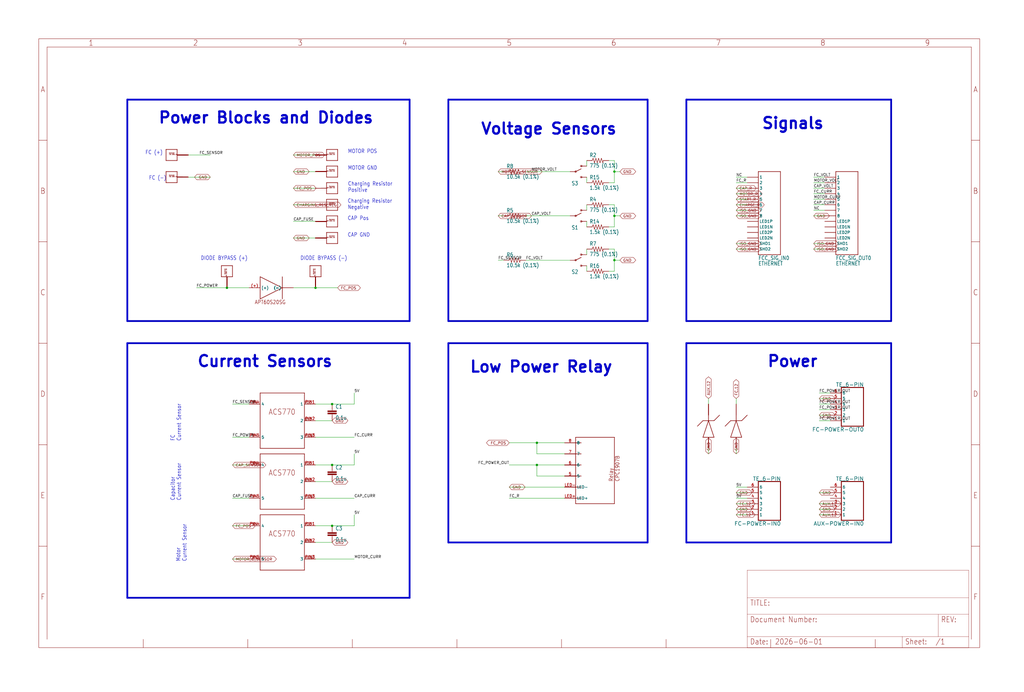
<source format=kicad_sch>
(kicad_sch (version 20230121) (generator eeschema)
  (paper "User" 469.9 317.551)
  (lib_symbols
    (symbol "Relay_Board_V3.6-eagle-import:732-3204-ND_CONNECTOR"
      (symbol "732-3204-ND_CONNECTOR_1_0"
        (polyline (pts (xy -2.54 -2.54) (xy -2.54 2.54)) (stroke (width 0.254)))
        (polyline (pts (xy -2.54 2.54) (xy 2.54 2.54)) (stroke (width 0.254)))
        (polyline (pts (xy 2.54 -2.54) (xy -2.54 -2.54)) (stroke (width 0.254)))
        (polyline (pts (xy 2.54 0) (xy 2.54 -2.54)) (stroke (width 0.254)))
        (polyline (pts (xy 2.54 0) (xy 5.08 0)) (stroke (width 0.254)))
        (polyline (pts (xy 2.54 2.54) (xy 2.54 0)) (stroke (width 0.254)))
        (text "Connector\n732-3204-ND" (at -1.27 0 0) (effects (font (size 0.4064 0.3454)) (justify left bottom)))
        (pin bidirectional line (at 7.62 0 180) (length 5.08) (name "P$1") (number "P$1"))
        (pin bidirectional line (at 7.62 0 180) (length 5.08) (name "P$1") (number "P$10"))
        (pin bidirectional line (at 7.62 0 180) (length 5.08) (name "P$1") (number "P$2"))
        (pin bidirectional line (at 7.62 0 180) (length 5.08) (name "P$1") (number "P$3"))
        (pin bidirectional line (at 7.62 0 180) (length 5.08) (name "P$1") (number "P$4"))
        (pin bidirectional line (at 7.62 0 180) (length 5.08) (name "P$1") (number "P$5"))
        (pin bidirectional line (at 7.62 0 180) (length 5.08) (name "P$1") (number "P$6"))
        (pin bidirectional line (at 7.62 0 180) (length 5.08) (name "P$1") (number "P$7"))
        (pin bidirectional line (at 7.62 0 180) (length 5.08) (name "P$1") (number "P$8"))
        (pin bidirectional line (at 7.62 0 180) (length 5.08) (name "P$1") (number "P$9"))
      )
    )
    (symbol "Relay_Board_V3.6-eagle-import:ACS770LCB_CURRENTSENSOR"
      (symbol "ACS770LCB_CURRENTSENSOR_1_0"
        (polyline (pts (xy -10.16 -12.7) (xy 10.16 -12.7)) (stroke (width 0.254)))
        (polyline (pts (xy -10.16 12.7) (xy -10.16 -12.7)) (stroke (width 0.254)))
        (polyline (pts (xy 10.16 -12.7) (xy 10.16 12.7)) (stroke (width 0.254)))
        (polyline (pts (xy 10.16 12.7) (xy -10.16 12.7)) (stroke (width 0.254)))
        (text "ACS770" (at -6.35 2.54 0) (effects (font (size 2.54 2.159)) (justify left bottom)))
        (text "GND" (at 10.16 0 0) (effects (font (size 1.27 1.0795)) (justify left bottom)))
        (text "IP+" (at -13.97 7.62 0) (effects (font (size 1.27 1.0795)) (justify left bottom)))
        (text "IP-" (at -13.97 -7.62 0) (effects (font (size 1.27 1.0795)) (justify left bottom)))
        (text "VCC" (at 10.16 7.62 0) (effects (font (size 1.27 1.0795)) (justify left bottom)))
        (text "VIOUT" (at 10.16 -7.62 0) (effects (font (size 1.27 1.0795)) (justify left bottom)))
        (pin bidirectional line (at 15.24 7.62 180) (length 5.08) (name "1") (number "PIN1"))
        (pin bidirectional line (at 15.24 0 180) (length 5.08) (name "2") (number "PIN2"))
        (pin bidirectional line (at 15.24 -7.62 180) (length 5.08) (name "3") (number "PIN3"))
        (pin bidirectional line (at -15.24 7.62 0) (length 5.08) (name "4") (number "PIN4"))
        (pin bidirectional line (at -15.24 -7.62 0) (length 5.08) (name "5") (number "PIN5"))
      )
    )
    (symbol "Relay_Board_V3.6-eagle-import:APT60S20SG"
      (symbol "APT60S20SG_1_0"
        (polyline (pts (xy -2.54 -5.08) (xy 7.62 0)) (stroke (width 0.254)))
        (polyline (pts (xy -2.54 5.08) (xy -2.54 -5.08)) (stroke (width 0.254)))
        (polyline (pts (xy 7.62 0) (xy -2.54 5.08)) (stroke (width 0.254)))
        (polyline (pts (xy 7.62 0) (xy 7.62 -5.08)) (stroke (width 0.254)))
        (polyline (pts (xy 7.62 5.08) (xy 7.62 0)) (stroke (width 0.254)))
        (text "APT60S20SG" (at -5.08 -7.62 0) (effects (font (size 1.778 1.5113)) (justify left bottom)))
        (pin bidirectional line (at -7.62 0 0) (length 5.08) (name "(+)") (number "(+)"))
        (pin bidirectional line (at 12.7 0 180) (length 5.08) (name "(-)") (number "(-)"))
        (pin bidirectional line (at 12.7 0 180) (length 5.08) (name "(-)") (number "C@1"))
        (pin bidirectional line (at 12.7 0 180) (length 5.08) (name "(-)") (number "C@2"))
      )
    )
    (symbol "Relay_Board_V3.6-eagle-import:CAP0603-CAP"
      (property "Reference" "C" (at 1.524 2.921 0))
      (symbol "CAP0603-CAP_1_0"
        (rectangle (start -2.032 0.508) (end 2.032 1.016) (fill (type outline)))
        (rectangle (start -2.032 1.524) (end 2.032 2.032) (fill (type outline)))
        (polyline (pts (xy 0 0) (xy 0 0.508)) (stroke (width 0.1524)))
        (polyline (pts (xy 0 2.54) (xy 0 2.032)) (stroke (width 0.1524)))
        (pin passive line (at 0 5.08 270) (length 2.54) (name "1") (number "1"))
        (pin passive line (at 0 -2.54 90) (length 2.54) (name "2") (number "2"))
      )
    )
    (symbol "Relay_Board_V3.6-eagle-import:ETHERNET"
      (property "Reference" "ETH" (at 0 -22.86 0))
      (symbol "ETHERNET_1_0"
        (polyline (pts (xy 0 -20.32) (xy 0 17.78)) (stroke (width 0.254)))
        (polyline (pts (xy 0 17.78) (xy 10.16 17.78)) (stroke (width 0.254)))
        (polyline (pts (xy 10.16 -20.32) (xy 0 -20.32)) (stroke (width 0.254)))
        (polyline (pts (xy 10.16 17.78) (xy 10.16 -20.32)) (stroke (width 0.254)))
        (pin bidirectional line (at -5.08 15.24 0) (length 5.08) (name "1") (number "P$1"))
        (pin bidirectional line (at -5.08 -5.08 0) (length 5.08) (name "LED1P") (number "P$10"))
        (pin bidirectional line (at -5.08 -12.7 0) (length 5.08) (name "LED2N") (number "P$11"))
        (pin bidirectional line (at -5.08 -10.16 0) (length 5.08) (name "LED2P") (number "P$12"))
        (pin bidirectional line (at -5.08 -15.24 0) (length 5.08) (name "SHD1") (number "P$13"))
        (pin bidirectional line (at -5.08 -17.78 0) (length 5.08) (name "SHD2") (number "P$14"))
        (pin bidirectional line (at -5.08 12.7 0) (length 5.08) (name "2") (number "P$2"))
        (pin bidirectional line (at -5.08 10.16 0) (length 5.08) (name "3") (number "P$3"))
        (pin bidirectional line (at -5.08 7.62 0) (length 5.08) (name "4") (number "P$4"))
        (pin bidirectional line (at -5.08 5.08 0) (length 5.08) (name "5") (number "P$5"))
        (pin bidirectional line (at -5.08 2.54 0) (length 5.08) (name "6") (number "P$6"))
        (pin bidirectional line (at -5.08 0 0) (length 5.08) (name "7") (number "P$7"))
        (pin bidirectional line (at -5.08 -2.54 0) (length 5.08) (name "8") (number "P$8"))
        (pin bidirectional line (at -5.08 -7.62 0) (length 5.08) (name "LED1N") (number "P$9"))
      )
    )
    (symbol "Relay_Board_V3.6-eagle-import:FRAME_B_L"
      (symbol "FRAME_B_L_1_0"
        (polyline (pts (xy 0 46.5667) (xy 3.81 46.5667)))
        (polyline (pts (xy 0 93.1333) (xy 3.81 93.1333)))
        (polyline (pts (xy 0 139.7) (xy 3.81 139.7)))
        (polyline (pts (xy 0 186.2667) (xy 3.81 186.2667)))
        (polyline (pts (xy 0 232.8333) (xy 3.81 232.8333)))
        (polyline (pts (xy 3.81 3.81) (xy 3.81 275.59)))
        (polyline (pts (xy 47.9778 0) (xy 47.9778 3.81)))
        (polyline (pts (xy 95.9556 0) (xy 95.9556 3.81)))
        (polyline (pts (xy 143.9333 0) (xy 143.9333 3.81)))
        (polyline (pts (xy 191.9111 0) (xy 191.9111 3.81)))
        (polyline (pts (xy 239.8889 0) (xy 239.8889 3.81)))
        (polyline (pts (xy 287.8667 0) (xy 287.8667 3.81)))
        (polyline (pts (xy 335.8444 0) (xy 335.8444 3.81)))
        (polyline (pts (xy 383.8222 0) (xy 383.8222 3.81)))
        (polyline (pts (xy 427.99 3.81) (xy 427.99 275.59)))
        (polyline (pts (xy 427.99 46.5667) (xy 431.8 46.5667)))
        (polyline (pts (xy 427.99 93.1333) (xy 431.8 93.1333)))
        (polyline (pts (xy 427.99 139.7) (xy 431.8 139.7)))
        (polyline (pts (xy 427.99 186.2667) (xy 431.8 186.2667)))
        (polyline (pts (xy 427.99 232.8333) (xy 431.8 232.8333)))
        (polyline (pts (xy 427.99 275.59) (xy 3.81 275.59)))
        (polyline (pts (xy 0 0) (xy 431.8 0) (xy 431.8 279.4) (xy 0 279.4) (xy 0 0)))
        (text "1" (at 23.9889 277.495 0) (effects (font (size 2.54 2.286))))
        (text "2" (at 71.9667 277.495 0) (effects (font (size 2.54 2.286))))
        (text "3" (at 119.9444 277.495 0) (effects (font (size 2.54 2.286))))
        (text "4" (at 167.9222 277.495 0) (effects (font (size 2.54 2.286))))
        (text "5" (at 215.9 277.495 0) (effects (font (size 2.54 2.286))))
        (text "6" (at 263.8778 277.495 0) (effects (font (size 2.54 2.286))))
        (text "7" (at 311.8556 277.495 0) (effects (font (size 2.54 2.286))))
        (text "8" (at 359.8333 277.495 0) (effects (font (size 2.54 2.286))))
        (text "9" (at 407.8111 277.495 0) (effects (font (size 2.54 2.286))))
        (text "A" (at 1.905 256.1167 0) (effects (font (size 2.54 2.286))))
        (text "A" (at 429.895 256.1167 0) (effects (font (size 2.54 2.286))))
        (text "B" (at 1.905 209.55 0) (effects (font (size 2.54 2.286))))
        (text "B" (at 429.895 209.55 0) (effects (font (size 2.54 2.286))))
        (text "C" (at 1.905 162.9833 0) (effects (font (size 2.54 2.286))))
        (text "C" (at 429.895 162.9833 0) (effects (font (size 2.54 2.286))))
        (text "D" (at 1.905 116.4167 0) (effects (font (size 2.54 2.286))))
        (text "D" (at 429.895 116.4167 0) (effects (font (size 2.54 2.286))))
        (text "E" (at 1.905 69.85 0) (effects (font (size 2.54 2.286))))
        (text "E" (at 429.895 69.85 0) (effects (font (size 2.54 2.286))))
        (text "F" (at 1.905 23.2833 0) (effects (font (size 2.54 2.286))))
        (text "F" (at 429.895 23.2833 0) (effects (font (size 2.54 2.286))))
      )
      (symbol "FRAME_B_L_2_0"
        (polyline (pts (xy 0 0) (xy 0 5.08)) (stroke (width 0.1016)))
        (polyline (pts (xy 0 0) (xy 71.12 0)) (stroke (width 0.1016)))
        (polyline (pts (xy 0 5.08) (xy 0 15.24)) (stroke (width 0.1016)))
        (polyline (pts (xy 0 5.08) (xy 71.12 5.08)) (stroke (width 0.1016)))
        (polyline (pts (xy 0 15.24) (xy 0 22.86)) (stroke (width 0.1016)))
        (polyline (pts (xy 0 22.86) (xy 0 35.56)) (stroke (width 0.1016)))
        (polyline (pts (xy 0 22.86) (xy 101.6 22.86)) (stroke (width 0.1016)))
        (polyline (pts (xy 71.12 0) (xy 101.6 0)) (stroke (width 0.1016)))
        (polyline (pts (xy 71.12 5.08) (xy 71.12 0)) (stroke (width 0.1016)))
        (polyline (pts (xy 71.12 5.08) (xy 87.63 5.08)) (stroke (width 0.1016)))
        (polyline (pts (xy 87.63 5.08) (xy 101.6 5.08)) (stroke (width 0.1016)))
        (polyline (pts (xy 87.63 15.24) (xy 0 15.24)) (stroke (width 0.1016)))
        (polyline (pts (xy 87.63 15.24) (xy 87.63 5.08)) (stroke (width 0.1016)))
        (polyline (pts (xy 101.6 5.08) (xy 101.6 0)) (stroke (width 0.1016)))
        (polyline (pts (xy 101.6 15.24) (xy 87.63 15.24)) (stroke (width 0.1016)))
        (polyline (pts (xy 101.6 15.24) (xy 101.6 5.08)) (stroke (width 0.1016)))
        (polyline (pts (xy 101.6 22.86) (xy 101.6 15.24)) (stroke (width 0.1016)))
        (polyline (pts (xy 101.6 35.56) (xy 0 35.56)) (stroke (width 0.1016)))
        (polyline (pts (xy 101.6 35.56) (xy 101.6 22.86)) (stroke (width 0.1016)))
        (text "${#}/${##}" (at 86.36 1.27 0) (effects (font (size 2.54 2.159)) (justify left bottom)))
        (text "${CURRENT_DATE}" (at 12.7 1.27 0) (effects (font (size 2.54 2.159)) (justify left bottom)))
        (text "${PROJECTNAME}" (at 17.78 19.05 0) (effects (font (size 2.54 2.159)) (justify left bottom)))
        (text "Date:" (at 1.27 1.27 0) (effects (font (size 2.54 2.159)) (justify left bottom)))
        (text "Document Number:" (at 1.27 11.43 0) (effects (font (size 2.54 2.159)) (justify left bottom)))
        (text "REV:" (at 88.9 11.43 0) (effects (font (size 2.54 2.159)) (justify left bottom)))
        (text "Sheet:" (at 72.39 1.27 0) (effects (font (size 2.54 2.159)) (justify left bottom)))
        (text "TITLE:" (at 1.27 19.05 0) (effects (font (size 2.54 2.159)) (justify left bottom)))
      )
    )
    (symbol "Relay_Board_V3.6-eagle-import:P6KE15A-E3/54GICT-ND_TVS_DIODE"
      (symbol "P6KE15A-E3/54GICT-ND_TVS_DIODE_1_0"
        (polyline (pts (xy -5.08 -2.54) (xy -5.08 0)) (stroke (width 0.254)))
        (polyline (pts (xy -5.08 0) (xy -10.16 0)) (stroke (width 0.254)))
        (polyline (pts (xy -5.08 0) (xy -5.08 2.54)) (stroke (width 0.254)))
        (polyline (pts (xy -5.08 2.54) (xy 2.54 0)) (stroke (width 0.254)))
        (polyline (pts (xy 0 5.08) (xy 2.54 2.54)) (stroke (width 0.254)))
        (polyline (pts (xy 2.54 -2.54) (xy 5.08 -5.08)) (stroke (width 0.254)))
        (polyline (pts (xy 2.54 0) (xy -5.08 -2.54)) (stroke (width 0.254)))
        (polyline (pts (xy 2.54 0) (xy 2.54 -2.54)) (stroke (width 0.254)))
        (polyline (pts (xy 2.54 2.54) (xy 2.54 0)) (stroke (width 0.254)))
        (polyline (pts (xy 10.16 0) (xy 2.54 0)) (stroke (width 0.254)))
        (pin bidirectional line (at -10.16 0 0) (length 5.08) (name "P(+)") (number "P$1"))
        (pin bidirectional line (at 10.16 0 180) (length 5.08) (name "P(-)") (number "P$2"))
      )
    )
    (symbol "Relay_Board_V3.6-eagle-import:R-US_R0805"
      (property "Reference" "R" (at -3.81 1.4986 0))
      (symbol "R-US_R0805_1_0"
        (polyline (pts (xy -2.54 0) (xy -2.159 1.016)) (stroke (width 0.2032)))
        (polyline (pts (xy -2.159 1.016) (xy -1.524 -1.016)) (stroke (width 0.2032)))
        (polyline (pts (xy -1.524 -1.016) (xy -0.889 1.016)) (stroke (width 0.2032)))
        (polyline (pts (xy -0.889 1.016) (xy -0.254 -1.016)) (stroke (width 0.2032)))
        (polyline (pts (xy -0.254 -1.016) (xy 0.381 1.016)) (stroke (width 0.2032)))
        (polyline (pts (xy 0.381 1.016) (xy 1.016 -1.016)) (stroke (width 0.2032)))
        (polyline (pts (xy 1.016 -1.016) (xy 1.651 1.016)) (stroke (width 0.2032)))
        (polyline (pts (xy 1.651 1.016) (xy 2.286 -1.016)) (stroke (width 0.2032)))
        (polyline (pts (xy 2.286 -1.016) (xy 2.54 0)) (stroke (width 0.2032)))
        (pin passive line (at -5.08 0 0) (length 2.54) (name "1") (number "1"))
        (pin passive line (at 5.08 0 180) (length 2.54) (name "2") (number "2"))
      )
    )
    (symbol "Relay_Board_V3.6-eagle-import:RELAY-CPC1907B"
      (symbol "RELAY-CPC1907B_1_0"
        (polyline (pts (xy -30.48 -12.7) (xy -30.48 17.78)) (stroke (width 0.254)))
        (polyline (pts (xy -30.48 17.78) (xy -12.7 17.78)) (stroke (width 0.254)))
        (polyline (pts (xy -15.24 -10.16) (xy -7.62 -10.16)) (stroke (width 0.254)))
        (polyline (pts (xy -15.24 -5.08) (xy -7.62 -5.08)) (stroke (width 0.254)))
        (polyline (pts (xy -15.24 0) (xy -7.62 0)) (stroke (width 0.254)))
        (polyline (pts (xy -15.24 5.08) (xy -7.62 5.08)) (stroke (width 0.254)))
        (polyline (pts (xy -15.24 10.16) (xy -7.62 10.16)) (stroke (width 0.254)))
        (polyline (pts (xy -15.24 15.24) (xy -7.62 15.24)) (stroke (width 0.254)))
        (polyline (pts (xy -12.7 -12.7) (xy -30.48 -12.7)) (stroke (width 0.254)))
        (polyline (pts (xy -12.7 17.78) (xy -12.7 -12.7)) (stroke (width 0.254)))
        (text "Relay\nCPC1907B" (at -27.94 7.62 900) (effects (font (size 1.778 1.5113)) (justify right top)))
        (pin bidirectional line (at -7.62 5.08 180) (length 5.08) (name "5") (number "5"))
        (pin bidirectional line (at -7.62 0 180) (length 5.08) (name "6") (number "6"))
        (pin bidirectional line (at -7.62 -5.08 180) (length 5.08) (name "7") (number "7"))
        (pin bidirectional line (at -7.62 -10.16 180) (length 5.08) (name "8") (number "8"))
        (pin bidirectional line (at -7.62 15.24 180) (length 5.08) (name "LED+") (number "LED+"))
        (pin bidirectional line (at -7.62 10.16 180) (length 5.08) (name "LED-") (number "LED-"))
      )
    )
    (symbol "Relay_Board_V3.6-eagle-import:SWITCH-SPDTPTH"
      (property "Reference" "S" (at -1.905 -6.35 0))
      (symbol "SWITCH-SPDTPTH_1_0"
        (polyline (pts (xy 0 0) (xy 2.54 1.27)) (stroke (width 0.254)))
        (polyline (pts (xy 2.54 -2.54) (xy 3.175 -2.54)) (stroke (width 0.127)))
        (polyline (pts (xy 2.54 2.54) (xy 3.175 2.54)) (stroke (width 0.1524)))
        (circle (center 0 0) (radius 0.3592) (stroke (width 0.2032)))
        (circle (center 2.54 -2.54) (radius 0.3592) (stroke (width 0.2032)))
        (circle (center 2.54 2.54) (radius 0.3592) (stroke (width 0.2032)))
        (pin passive line (at 5.08 2.54 180) (length 2.54) (name "O") (number "1"))
        (pin passive line (at -2.54 0 0) (length 2.54) (name "P") (number "2"))
        (pin passive line (at 5.08 -2.54 180) (length 2.54) (name "S") (number "3"))
      )
    )
    (symbol "Relay_Board_V3.6-eagle-import:TE_6-PIN"
      (property "Reference" "CON" (at -0.254 18.288 0))
      (symbol "TE_6-PIN_1_0"
        (polyline (pts (xy 0 17.78) (xy 0 0)) (stroke (width 0.4064)))
        (polyline (pts (xy 0 17.78) (xy 10.16 17.78)) (stroke (width 0.4064)))
        (polyline (pts (xy 10.16 0) (xy 0 0)) (stroke (width 0.4064)))
        (polyline (pts (xy 10.16 0) (xy 10.16 17.78)) (stroke (width 0.4064)))
        (pin passive line (at 15.24 15.24 180) (length 5.08) (name "1") (number "1"))
        (pin passive line (at 15.24 12.7 180) (length 5.08) (name "2") (number "2"))
        (pin passive line (at 15.24 10.16 180) (length 5.08) (name "3") (number "3"))
        (pin passive line (at 15.24 7.62 180) (length 5.08) (name "4") (number "4"))
        (pin passive line (at 15.24 5.08 180) (length 5.08) (name "5") (number "5"))
        (pin passive line (at 15.24 2.54 180) (length 5.08) (name "6") (number "6"))
      )
    )
  )
  (junction (at 152.4 185.42))
  (junction (at 246.38 203.2))
  (junction (at 281.94 78.74))
  (junction (at 144.78 132.08))
  (junction (at 246.38 213.36))
  (junction (at 152.4 213.36))
  (junction (at 152.4 241.3))
  (junction (at 104.14 132.08))
  (junction (at 281.94 119.38))
  (junction (at 281.94 99.06))
  (wire (pts (xy 144.78 256.54) (xy 162.56 256.54)) (stroke (width 0.1524)))
  (wire (pts (xy 259.08 228.6) (xy 233.68 228.6)) (stroke (width 0.1524)))
  (wire (pts (xy 378.46 86.36) (xy 373.38 86.36)) (stroke (width 0.1524)))
  (wire (pts (xy 246.38 208.28) (xy 246.38 203.2)) (stroke (width 0.1524)))
  (wire (pts (xy 259.08 208.28) (xy 246.38 208.28)) (stroke (width 0.1524)))
  (wire (pts (xy 134.62 132.08) (xy 144.78 132.08)) (stroke (width 0.1524)))
  (wire (pts (xy 373.38 114.3) (xy 378.46 114.3)) (stroke (width 0.1524)))
  (wire (pts (xy 269.24 96.52) (xy 269.24 93.98)) (stroke (width 0.1524)))
  (wire (pts (xy 342.9 231.14) (xy 337.82 231.14)) (stroke (width 0.1524)))
  (polyline (pts (xy 58.42 147.32) (xy 58.42 45.72)) (stroke (width 0.8128) (type solid)))
  (polyline (pts (xy 58.42 274.32) (xy 58.42 157.48)) (stroke (width 0.8128) (type solid)))
  (wire (pts (xy 337.82 96.52) (xy 342.9 96.52)) (stroke (width 0.1524)))
  (wire (pts (xy 114.3 256.54) (xy 106.68 256.54)) (stroke (width 0.1524)))
  (wire (pts (xy 259.08 203.2) (xy 246.38 203.2)) (stroke (width 0.1524)))
  (wire (pts (xy 114.3 241.3) (xy 106.68 241.3)) (stroke (width 0.1524)))
  (polyline (pts (xy 408.94 157.48) (xy 408.94 248.92)) (stroke (width 0.8128) (type solid)))
  (wire (pts (xy 337.82 185.42) (xy 337.82 182.88)) (stroke (width 0.1524)))
  (wire (pts (xy 246.38 203.2) (xy 233.68 203.2)) (stroke (width 0.1524)))
  (polyline (pts (xy 205.74 45.72) (xy 297.18 45.72)) (stroke (width 0.8128) (type solid)))
  (wire (pts (xy 246.38 213.36) (xy 233.68 213.36)) (stroke (width 0.1524)))
  (wire (pts (xy 342.9 228.6) (xy 337.82 228.6)) (stroke (width 0.1524)))
  (polyline (pts (xy 205.74 248.92) (xy 205.74 157.48)) (stroke (width 0.8128) (type solid)))
  (wire (pts (xy 279.4 73.66) (xy 281.94 73.66)) (stroke (width 0.1524)))
  (wire (pts (xy 281.94 119.38) (xy 281.94 124.46)) (stroke (width 0.1524)))
  (wire (pts (xy 381 193.04) (xy 375.92 193.04)) (stroke (width 0.1524)))
  (polyline (pts (xy 408.94 147.32) (xy 314.96 147.32)) (stroke (width 0.8128) (type solid)))
  (wire (pts (xy 373.38 88.9) (xy 378.46 88.9)) (stroke (width 0.1524)))
  (wire (pts (xy 378.46 111.76) (xy 373.38 111.76)) (stroke (width 0.1524)))
  (polyline (pts (xy 297.18 157.48) (xy 297.18 248.92)) (stroke (width 0.8128) (type solid)))
  (polyline (pts (xy 314.96 45.72) (xy 408.94 45.72)) (stroke (width 0.8128) (type solid)))
  (polyline (pts (xy 297.18 248.92) (xy 205.74 248.92)) (stroke (width 0.8128) (type solid)))
  (wire (pts (xy 269.24 73.66) (xy 269.24 76.2)) (stroke (width 0.1524)))
  (wire (pts (xy 378.46 91.44) (xy 373.38 91.44)) (stroke (width 0.1524)))
  (wire (pts (xy 381 226.06) (xy 375.92 226.06)) (stroke (width 0.1524)))
  (wire (pts (xy 381 236.22) (xy 375.92 236.22)) (stroke (width 0.1524)))
  (wire (pts (xy 337.82 205.74) (xy 337.82 208.28)) (stroke (width 0.1524)))
  (wire (pts (xy 281.94 99.06) (xy 284.48 99.06)) (stroke (width 0.1524)))
  (wire (pts (xy 231.14 119.38) (xy 228.6 119.38)) (stroke (width 0.1524)))
  (wire (pts (xy 144.78 101.6) (xy 134.62 101.6)) (stroke (width 0.1524)))
  (wire (pts (xy 281.94 119.38) (xy 284.48 119.38)) (stroke (width 0.1524)))
  (wire (pts (xy 231.14 99.06) (xy 228.6 99.06)) (stroke (width 0.1524)))
  (polyline (pts (xy 297.18 45.72) (xy 297.18 147.32)) (stroke (width 0.8128) (type solid)))
  (polyline (pts (xy 314.96 147.32) (xy 314.96 45.72)) (stroke (width 0.8128) (type solid)))
  (wire (pts (xy 162.56 241.3) (xy 162.56 236.22)) (stroke (width 0.1524)))
  (wire (pts (xy 381 187.96) (xy 375.92 187.96)) (stroke (width 0.1524)))
  (wire (pts (xy 144.78 248.92) (xy 152.4 248.92)) (stroke (width 0.1524)))
  (wire (pts (xy 342.9 223.52) (xy 337.82 223.52)) (stroke (width 0.1524)))
  (wire (pts (xy 381 180.34) (xy 375.92 180.34)) (stroke (width 0.1524)))
  (wire (pts (xy 114.3 132.08) (xy 104.14 132.08)) (stroke (width 0.1524)))
  (wire (pts (xy 114.3 185.42) (xy 106.68 185.42)) (stroke (width 0.1524)))
  (polyline (pts (xy 187.96 147.32) (xy 58.42 147.32)) (stroke (width 0.8128) (type solid)))
  (wire (pts (xy 381 233.68) (xy 375.92 233.68)) (stroke (width 0.1524)))
  (wire (pts (xy 337.82 86.36) (xy 342.9 86.36)) (stroke (width 0.1524)))
  (wire (pts (xy 114.3 228.6) (xy 106.68 228.6)) (stroke (width 0.1524)))
  (wire (pts (xy 281.94 104.14) (xy 279.4 104.14)) (stroke (width 0.1524)))
  (wire (pts (xy 269.24 101.6) (xy 269.24 104.14)) (stroke (width 0.1524)))
  (wire (pts (xy 259.08 223.52) (xy 233.68 223.52)) (stroke (width 0.1524)))
  (wire (pts (xy 152.4 213.36) (xy 162.56 213.36)) (stroke (width 0.1524)))
  (wire (pts (xy 281.94 93.98) (xy 281.94 99.06)) (stroke (width 0.1524)))
  (wire (pts (xy 269.24 114.3) (xy 269.24 116.84)) (stroke (width 0.1524)))
  (wire (pts (xy 269.24 121.92) (xy 269.24 124.46)) (stroke (width 0.1524)))
  (wire (pts (xy 259.08 213.36) (xy 246.38 213.36)) (stroke (width 0.1524)))
  (wire (pts (xy 261.62 99.06) (xy 241.3 99.06)) (stroke (width 0.1524)))
  (wire (pts (xy 281.94 114.3) (xy 281.94 119.38)) (stroke (width 0.1524)))
  (wire (pts (xy 325.12 205.74) (xy 325.12 208.28)) (stroke (width 0.1524)))
  (wire (pts (xy 144.78 109.22) (xy 134.62 109.22)) (stroke (width 0.1524)))
  (wire (pts (xy 337.82 91.44) (xy 342.9 91.44)) (stroke (width 0.1524)))
  (polyline (pts (xy 408.94 248.92) (xy 314.96 248.92)) (stroke (width 0.8128) (type solid)))
  (wire (pts (xy 281.94 73.66) (xy 281.94 78.74)) (stroke (width 0.1524)))
  (wire (pts (xy 259.08 218.44) (xy 246.38 218.44)) (stroke (width 0.1524)))
  (polyline (pts (xy 58.42 157.48) (xy 187.96 157.48)) (stroke (width 0.8128) (type solid)))
  (wire (pts (xy 144.78 241.3) (xy 152.4 241.3)) (stroke (width 0.1524)))
  (wire (pts (xy 381 231.14) (xy 375.92 231.14)) (stroke (width 0.1524)))
  (wire (pts (xy 144.78 86.36) (xy 134.62 86.36)) (stroke (width 0.1524)))
  (wire (pts (xy 381 182.88) (xy 375.92 182.88)) (stroke (width 0.1524)))
  (wire (pts (xy 342.9 81.28) (xy 337.82 81.28)) (stroke (width 0.1524)))
  (polyline (pts (xy 205.74 157.48) (xy 297.18 157.48)) (stroke (width 0.8128) (type solid)))
  (wire (pts (xy 269.24 81.28) (xy 269.24 83.82)) (stroke (width 0.1524)))
  (wire (pts (xy 152.4 241.3) (xy 162.56 241.3)) (stroke (width 0.1524)))
  (polyline (pts (xy 297.18 147.32) (xy 205.74 147.32)) (stroke (width 0.8128) (type solid)))
  (wire (pts (xy 281.94 83.82) (xy 279.4 83.82)) (stroke (width 0.1524)))
  (wire (pts (xy 337.82 99.06) (xy 342.9 99.06)) (stroke (width 0.1524)))
  (wire (pts (xy 342.9 236.22) (xy 337.82 236.22)) (stroke (width 0.1524)))
  (wire (pts (xy 378.46 83.82) (xy 373.38 83.82)) (stroke (width 0.1524)))
  (wire (pts (xy 144.78 220.98) (xy 152.4 220.98)) (stroke (width 0.1524)))
  (wire (pts (xy 281.94 78.74) (xy 281.94 83.82)) (stroke (width 0.1524)))
  (wire (pts (xy 378.46 99.06) (xy 373.38 99.06)) (stroke (width 0.1524)))
  (wire (pts (xy 279.4 114.3) (xy 281.94 114.3)) (stroke (width 0.1524)))
  (wire (pts (xy 281.94 78.74) (xy 284.48 78.74)) (stroke (width 0.1524)))
  (wire (pts (xy 144.78 78.74) (xy 134.62 78.74)) (stroke (width 0.1524)))
  (wire (pts (xy 381 190.5) (xy 375.92 190.5)) (stroke (width 0.1524)))
  (wire (pts (xy 231.14 78.74) (xy 228.6 78.74)) (stroke (width 0.1524)))
  (wire (pts (xy 342.9 111.76) (xy 337.82 111.76)) (stroke (width 0.1524)))
  (wire (pts (xy 373.38 81.28) (xy 378.46 81.28)) (stroke (width 0.1524)))
  (polyline (pts (xy 314.96 157.48) (xy 408.94 157.48)) (stroke (width 0.8128) (type solid)))
  (wire (pts (xy 337.82 88.9) (xy 342.9 88.9)) (stroke (width 0.1524)))
  (wire (pts (xy 144.78 228.6) (xy 162.56 228.6)) (stroke (width 0.1524)))
  (wire (pts (xy 152.4 185.42) (xy 162.56 185.42)) (stroke (width 0.1524)))
  (wire (pts (xy 337.82 93.98) (xy 342.9 93.98)) (stroke (width 0.1524)))
  (wire (pts (xy 90.17 132.08) (xy 104.14 132.08)) (stroke (width 0.1524)))
  (wire (pts (xy 144.78 93.98) (xy 134.62 93.98)) (stroke (width 0.1524)))
  (wire (pts (xy 281.94 99.06) (xy 281.94 104.14)) (stroke (width 0.1524)))
  (wire (pts (xy 246.38 218.44) (xy 246.38 213.36)) (stroke (width 0.1524)))
  (wire (pts (xy 162.56 213.36) (xy 162.56 208.28)) (stroke (width 0.1524)))
  (wire (pts (xy 325.12 185.42) (xy 325.12 182.88)) (stroke (width 0.1524)))
  (wire (pts (xy 337.82 83.82) (xy 342.9 83.82)) (stroke (width 0.1524)))
  (wire (pts (xy 144.78 200.66) (xy 162.56 200.66)) (stroke (width 0.1524)))
  (wire (pts (xy 281.94 124.46) (xy 279.4 124.46)) (stroke (width 0.1524)))
  (wire (pts (xy 144.78 213.36) (xy 152.4 213.36)) (stroke (width 0.1524)))
  (polyline (pts (xy 187.96 157.48) (xy 187.96 274.32)) (stroke (width 0.8128) (type solid)))
  (polyline (pts (xy 58.42 45.72) (xy 187.96 45.72)) (stroke (width 0.8128) (type solid)))
  (wire (pts (xy 144.78 71.12) (xy 134.62 71.12)) (stroke (width 0.1524)))
  (wire (pts (xy 114.3 200.66) (xy 106.68 200.66)) (stroke (width 0.1524)))
  (polyline (pts (xy 187.96 45.72) (xy 187.96 147.32)) (stroke (width 0.8128) (type solid)))
  (wire (pts (xy 279.4 93.98) (xy 281.94 93.98)) (stroke (width 0.1524)))
  (polyline (pts (xy 205.74 147.32) (xy 205.74 45.72)) (stroke (width 0.8128) (type solid)))
  (wire (pts (xy 342.9 114.3) (xy 337.82 114.3)) (stroke (width 0.1524)))
  (wire (pts (xy 342.9 226.06) (xy 337.82 226.06)) (stroke (width 0.1524)))
  (wire (pts (xy 241.3 78.74) (xy 261.62 78.74)) (stroke (width 0.1524)))
  (wire (pts (xy 378.46 96.52) (xy 373.38 96.52)) (stroke (width 0.1524)))
  (wire (pts (xy 378.46 93.98) (xy 373.38 93.98)) (stroke (width 0.1524)))
  (polyline (pts (xy 314.96 248.92) (xy 314.96 157.48)) (stroke (width 0.8128) (type solid)))
  (wire (pts (xy 86.36 71.12) (xy 96.52 71.12)) (stroke (width 0.1524)))
  (wire (pts (xy 342.9 233.68) (xy 337.82 233.68)) (stroke (width 0.1524)))
  (wire (pts (xy 144.78 132.08) (xy 154.94 132.08)) (stroke (width 0.1524)))
  (polyline (pts (xy 408.94 45.72) (xy 408.94 147.32)) (stroke (width 0.8128) (type solid)))
  (wire (pts (xy 162.56 185.42) (xy 162.56 180.34)) (stroke (width 0.1524)))
  (polyline (pts (xy 187.96 274.32) (xy 58.42 274.32)) (stroke (width 0.8128) (type solid)))
  (wire (pts (xy 86.36 81.28) (xy 96.52 81.28)) (stroke (width 0.1524)))
  (wire (pts (xy 241.3 119.38) (xy 261.62 119.38)) (stroke (width 0.1524)))
  (wire (pts (xy 144.78 185.42) (xy 152.4 185.42)) (stroke (width 0.1524)))
  (wire (pts (xy 114.3 213.36) (xy 106.68 213.36)) (stroke (width 0.1524)))
  (wire (pts (xy 144.78 193.04) (xy 152.4 193.04)) (stroke (width 0.1524)))
  (wire (pts (xy 381 185.42) (xy 375.92 185.42)) (stroke (width 0.1524)))
  (text "Power" (at 351.79 168.91 0) (effects (font (size 5.08 5.08) (thickness 1.016) bold) (justify left bottom)))
  (text "Current Sensors" (at 90.17 168.91 0) (effects (font (size 5.08 5.08) (thickness 1.016) bold) (justify left bottom)))
  (text "MOTOR GND" (at 159.639 78.232 0) (effects (font (size 1.778 1.5113)) (justify left bottom)))
  (text "FC (+)" (at 66.675 71.12 0) (effects (font (size 1.778 1.5113)) (justify left bottom)))
  (text "Charging Resistor\nPositive" (at 159.639 88.392 0) (effects (font (size 1.778 1.5113)) (justify left bottom)))
  (text "Voltage Sensors" (at 220.345 62.23 0) (effects (font (size 5.08 5.08) (thickness 1.016) bold) (justify left bottom)))
  (text "Motor\nCurrent Sensor" (at 85.725 257.81 90) (effects (font (size 1.778 1.5113)) (justify left bottom)))
  (text "CAP Pos" (at 159.512 101.346 0) (effects (font (size 1.778 1.5113)) (justify left bottom)))
  (text "MOTOR POS" (at 159.639 70.612 0) (effects (font (size 1.778 1.5113)) (justify left bottom)))
  (text "CAP GND" (at 159.512 108.966 0) (effects (font (size 1.778 1.5113)) (justify left bottom)))
  (text "DIODE BYPASS (+)" (at 92.075 119.634 0) (effects (font (size 1.778 1.5113)) (justify left bottom)))
  (text "Charging Resistor\nNegative" (at 159.512 96.266 0) (effects (font (size 1.778 1.5113)) (justify left bottom)))
  (text "Power Blocks and Diodes" (at 72.39 57.15 0) (effects (font (size 5.08 5.08) (thickness 1.016) bold) (justify left bottom)))
  (text "Signals" (at 349.25 59.69 0) (effects (font (size 5.08 5.08) (thickness 1.016) bold) (justify left bottom)))
  (text "Capacitor\nCurrent Sensor" (at 83.185 229.87 90) (effects (font (size 1.778 1.5113)) (justify left bottom)))
  (text "Low Power Relay" (at 215.265 171.45 0) (effects (font (size 5.08 5.08) (thickness 1.016) bold) (justify left bottom)))
  (text "FC (-)" (at 68.326 82.804 0) (effects (font (size 1.778 1.5113)) (justify left bottom)))
  (text "DIODE BYPASS (-)" (at 137.795 119.634 0) (effects (font (size 1.778 1.5113)) (justify left bottom)))
  (text "FC\nCurrent Sensor" (at 83.185 202.565 90) (effects (font (size 1.778 1.5113)) (justify left bottom)))
  (label "CAP_FUSE" (at 134.62 101.6 0) (effects (font (size 1.2446 1.2446))))
  (label "FC_VOLT" (at 241.3 119.38 0) (effects (font (size 1.2446 1.2446))))
  (label "CAP_CURR" (at 373.38 93.98 0) (effects (font (size 1.2446 1.2446))))
  (label "FC_POWER_OUT" (at 375.92 180.34 0) (effects (font (size 1.2446 1.2446))))
  (label "FC_POWER" (at 90.17 132.08 0) (effects (font (size 1.2446 1.2446))))
  (label "NC" (at 337.82 81.28 0) (effects (font (size 1.2446 1.2446))))
  (label "MOTOR_CURR" (at 373.38 91.44 0) (effects (font (size 1.2446 1.2446))))
  (label "FC_VOLT" (at 373.38 81.28 0) (effects (font (size 1.2446 1.2446))))
  (label "5V" (at 337.82 228.6 0) (effects (font (size 1.2446 1.2446))))
  (label "FC_POWER" (at 106.68 200.66 0) (effects (font (size 1.2446 1.2446))))
  (label "FC_R" (at 337.82 83.82 0) (effects (font (size 1.2446 1.2446))))
  (label "5V" (at 337.82 223.52 0) (effects (font (size 1.2446 1.2446))))
  (label "FC_R" (at 233.68 228.6 0) (effects (font (size 1.2446 1.2446))))
  (label "FC_SENSOR" (at 91.44 71.12 0) (effects (font (size 1.2446 1.2446))))
  (label "5V" (at 162.56 180.34 0) (effects (font (size 1.2446 1.2446))))
  (label "FC_POWER_OUT" (at 233.68 213.36 180) (effects (font (size 1.2446 1.2446))))
  (label "CAP_VOLT" (at 373.38 86.36 0) (effects (font (size 1.2446 1.2446))))
  (label "FC_SENSOR" (at 228.6 119.38 0) (effects (font (size 1.2446 1.2446))))
  (label "MOTOR_CURR" (at 162.56 256.54 0) (effects (font (size 1.2446 1.2446))))
  (label "FC_POWER_OUT" (at 375.92 185.42 0) (effects (font (size 1.2446 1.2446))))
  (label "MOTOR_VOLT" (at 243.84 78.74 0) (effects (font (size 1.2446 1.2446))))
  (label "CAP_FUSE" (at 106.68 228.6 0) (effects (font (size 1.2446 1.2446))))
  (label "FC_CURR" (at 373.38 88.9 0) (effects (font (size 1.2446 1.2446))))
  (label "5V" (at 162.56 208.28 0) (effects (font (size 1.2446 1.2446))))
  (label "5V" (at 162.56 236.22 0) (effects (font (size 1.2446 1.2446))))
  (label "FC_POWER_OUT" (at 375.92 193.04 0) (effects (font (size 1.2446 1.2446))))
  (label "NC" (at 373.38 96.52 0) (effects (font (size 1.2446 1.2446))))
  (label "CAP_CURR" (at 162.56 228.6 0) (effects (font (size 1.2446 1.2446))))
  (label "FC_POWER_OUT" (at 375.92 187.96 0) (effects (font (size 1.2446 1.2446))))
  (label "CAP_VOLT" (at 243.84 99.06 0) (effects (font (size 1.2446 1.2446))))
  (label "MOTOR_VOLT" (at 373.38 83.82 0) (effects (font (size 1.2446 1.2446))))
  (label "FC_SENSOR" (at 106.68 185.42 0) (effects (font (size 1.2446 1.2446))))
  (label "FC_CURR" (at 162.56 200.66 0) (effects (font (size 1.2446 1.2446))))
  (global_label "CHARGING_RES_NEG" (shape bidirectional) (at 134.62 93.98 0) (effects (font (size 1.2446 1.2446))) (property "Intersheetrefs" "${INTERSHEET_REFS}" (effects hide)))
  (global_label "GND" (shape bidirectional) (at 373.38 99.06 0) (effects (font (size 1.2446 1.2446))) (property "Intersheetrefs" "${INTERSHEET_REFS}" (effects hide)))
  (global_label "ISO_GND" (shape bidirectional) (at 373.38 114.3 0) (effects (font (size 1.2446 1.2446))) (property "Intersheetrefs" "${INTERSHEET_REFS}" (effects hide)))
  (global_label "CAP_R" (shape bidirectional) (at 337.82 86.36 0) (effects (font (size 1.2446 1.2446))) (property "Intersheetrefs" "${INTERSHEET_REFS}" (effects hide)))
  (global_label "GND" (shape bidirectional) (at 337.82 233.68 0) (effects (font (size 1.2446 1.2446))) (property "Intersheetrefs" "${INTERSHEET_REFS}" (effects hide)))
  (global_label "ISO_GND" (shape bidirectional) (at 337.82 114.3 0) (effects (font (size 1.2446 1.2446))) (property "Intersheetrefs" "${INTERSHEET_REFS}" (effects hide)))
  (global_label "AUX.12" (shape bidirectional) (at 375.92 231.14 0) (effects (font (size 1.2446 1.2446))) (property "Intersheetrefs" "${INTERSHEET_REFS}" (effects hide)))
  (global_label "GND" (shape bidirectional) (at 233.68 223.52 0) (effects (font (size 1.2446 1.2446))) (property "Intersheetrefs" "${INTERSHEET_REFS}" (effects hide)))
  (global_label "GND" (shape bidirectional) (at 152.4 248.92 0) (effects (font (size 1.2446 1.2446))) (property "Intersheetrefs" "${INTERSHEET_REFS}" (effects hide)))
  (global_label "GND" (shape bidirectional) (at 337.82 226.06 0) (effects (font (size 1.2446 1.2446))) (property "Intersheetrefs" "${INTERSHEET_REFS}" (effects hide)))
  (global_label "GND" (shape bidirectional) (at 134.62 78.74 0) (effects (font (size 1.2446 1.2446))) (property "Intersheetrefs" "${INTERSHEET_REFS}" (effects hide)))
  (global_label "ISO_GND" (shape bidirectional) (at 373.38 111.76 0) (effects (font (size 1.2446 1.2446))) (property "Intersheetrefs" "${INTERSHEET_REFS}" (effects hide)))
  (global_label "FC_POS" (shape bidirectional) (at 154.94 132.08 0) (effects (font (size 1.2446 1.2446))) (property "Intersheetrefs" "${INTERSHEET_REFS}" (effects hide)))
  (global_label "AUX.12" (shape bidirectional) (at 375.92 236.22 0) (effects (font (size 1.2446 1.2446))) (property "Intersheetrefs" "${INTERSHEET_REFS}" (effects hide)))
  (global_label "CAP_SENSOR" (shape bidirectional) (at 106.68 213.36 0) (effects (font (size 1.2446 1.2446))) (property "Intersheetrefs" "${INTERSHEET_REFS}" (effects hide)))
  (global_label "GND" (shape bidirectional) (at 96.52 81.28 180) (effects (font (size 1.2446 1.2446))) (property "Intersheetrefs" "${INTERSHEET_REFS}" (effects hide)))
  (global_label "GND" (shape bidirectional) (at 152.4 193.04 0) (effects (font (size 1.2446 1.2446))) (property "Intersheetrefs" "${INTERSHEET_REFS}" (effects hide)))
  (global_label "GND" (shape bidirectional) (at 284.48 99.06 0) (effects (font (size 1.2446 1.2446))) (property "Intersheetrefs" "${INTERSHEET_REFS}" (effects hide)))
  (global_label "GND" (shape bidirectional) (at 375.92 190.5 0) (effects (font (size 1.2446 1.2446))) (property "Intersheetrefs" "${INTERSHEET_REFS}" (effects hide)))
  (global_label "GND" (shape bidirectional) (at 152.4 220.98 0) (effects (font (size 1.2446 1.2446))) (property "Intersheetrefs" "${INTERSHEET_REFS}" (effects hide)))
  (global_label "CHARGE_R" (shape bidirectional) (at 337.82 93.98 0) (effects (font (size 1.2446 1.2446))) (property "Intersheetrefs" "${INTERSHEET_REFS}" (effects hide)))
  (global_label "FC_POS" (shape bidirectional) (at 106.68 241.3 0) (effects (font (size 1.2446 1.2446))) (property "Intersheetrefs" "${INTERSHEET_REFS}" (effects hide)))
  (global_label "GND" (shape bidirectional) (at 337.82 208.28 90) (effects (font (size 1.2446 1.2446))) (property "Intersheetrefs" "${INTERSHEET_REFS}" (effects hide)))
  (global_label "MOTOR_R" (shape bidirectional) (at 337.82 88.9 0) (effects (font (size 1.2446 1.2446))) (property "Intersheetrefs" "${INTERSHEET_REFS}" (effects hide)))
  (global_label "ISO_GND" (shape bidirectional) (at 337.82 99.06 0) (effects (font (size 1.2446 1.2446))) (property "Intersheetrefs" "${INTERSHEET_REFS}" (effects hide)))
  (global_label "GND" (shape bidirectional) (at 134.62 109.22 0) (effects (font (size 1.2446 1.2446))) (property "Intersheetrefs" "${INTERSHEET_REFS}" (effects hide)))
  (global_label "FC_POS" (shape bidirectional) (at 134.62 86.36 0) (effects (font (size 1.2446 1.2446))) (property "Intersheetrefs" "${INTERSHEET_REFS}" (effects hide)))
  (global_label "FC.12" (shape bidirectional) (at 337.82 236.22 0) (effects (font (size 1.2446 1.2446))) (property "Intersheetrefs" "${INTERSHEET_REFS}" (effects hide)))
  (global_label "FC_POS" (shape bidirectional) (at 233.68 203.2 180) (effects (font (size 1.2446 1.2446))) (property "Intersheetrefs" "${INTERSHEET_REFS}" (effects hide)))
  (global_label "FC.12" (shape bidirectional) (at 337.82 231.14 0) (effects (font (size 1.2446 1.2446))) (property "Intersheetrefs" "${INTERSHEET_REFS}" (effects hide)))
  (global_label "GND" (shape bidirectional) (at 375.92 226.06 0) (effects (font (size 1.2446 1.2446))) (property "Intersheetrefs" "${INTERSHEET_REFS}" (effects hide)))
  (global_label "GND" (shape bidirectional) (at 284.48 119.38 0) (effects (font (size 1.2446 1.2446))) (property "Intersheetrefs" "${INTERSHEET_REFS}" (effects hide)))
  (global_label "GND" (shape bidirectional) (at 375.92 182.88 0) (effects (font (size 1.2446 1.2446))) (property "Intersheetrefs" "${INTERSHEET_REFS}" (effects hide)))
  (global_label "START_R" (shape bidirectional) (at 337.82 91.44 0) (effects (font (size 1.2446 1.2446))) (property "Intersheetrefs" "${INTERSHEET_REFS}" (effects hide)))
  (global_label "MOTOR_C_SENSOR" (shape bidirectional) (at 228.6 78.74 0) (effects (font (size 1.2446 1.2446))) (property "Intersheetrefs" "${INTERSHEET_REFS}" (effects hide)))
  (global_label "ISO_GND" (shape bidirectional) (at 337.82 96.52 0) (effects (font (size 1.2446 1.2446))) (property "Intersheetrefs" "${INTERSHEET_REFS}" (effects hide)))
  (global_label "GND" (shape bidirectional) (at 375.92 233.68 0) (effects (font (size 1.2446 1.2446))) (property "Intersheetrefs" "${INTERSHEET_REFS}" (effects hide)))
  (global_label "CAP_SENSOR" (shape bidirectional) (at 228.6 99.06 0) (effects (font (size 1.2446 1.2446))) (property "Intersheetrefs" "${INTERSHEET_REFS}" (effects hide)))
  (global_label "ISO_GND" (shape bidirectional) (at 337.82 111.76 0) (effects (font (size 1.2446 1.2446))) (property "Intersheetrefs" "${INTERSHEET_REFS}" (effects hide)))
  (global_label "MOTOR_C_SENSOR" (shape bidirectional) (at 106.68 256.54 0) (effects (font (size 1.2446 1.2446))) (property "Intersheetrefs" "${INTERSHEET_REFS}" (effects hide)))
  (global_label "GND" (shape bidirectional) (at 325.12 208.28 90) (effects (font (size 1.2446 1.2446))) (property "Intersheetrefs" "${INTERSHEET_REFS}" (effects hide)))
  (global_label "AUX.12" (shape bidirectional) (at 325.12 182.88 90) (effects (font (size 1.2446 1.2446))) (property "Intersheetrefs" "${INTERSHEET_REFS}" (effects hide)))
  (global_label "MOTOR_POS" (shape bidirectional) (at 134.62 71.12 0) (effects (font (size 1.2446 1.2446))) (property "Intersheetrefs" "${INTERSHEET_REFS}" (effects hide)))
  (global_label "GND" (shape bidirectional) (at 284.48 78.74 0) (effects (font (size 1.2446 1.2446))) (property "Intersheetrefs" "${INTERSHEET_REFS}" (effects hide)))
  (global_label "FC.12" (shape bidirectional) (at 337.82 182.88 90) (effects (font (size 1.2446 1.2446))) (property "Intersheetrefs" "${INTERSHEET_REFS}" (effects hide)))
  (symbol (lib_id "Relay_Board_V3.6-eagle-import:SWITCH-SPDTPTH") (at 264.16 119.38 0) (unit 1)
    (property "Reference" "S2" (at 262.255 125.73 0) (effects (font (size 1.778 1.5113)) (justify left bottom)))
    (property "Value" "SWITCH-SPDTPTH" (effects hide))
    (property "Footprint" "Relay_Board_V3.6:SWITCH-SPDT" (effects hide))
  )
  (symbol (lib_id "Relay_Board_V3.6-eagle-import:732-3204-ND_CONNECTOR") (at 152.4 93.98 180) (unit 1)
    (property "Reference" "RES.NEG0" (effects hide))
    (property "Value" "732-3204-ND_CONNECTOR" (effects hide))
    (property "Footprint" "Relay_Board_V3.6:732-3204-ND" (effects hide))
  )
  (symbol (lib_id "Relay_Board_V3.6-eagle-import:732-3204-ND_CONNECTOR") (at 78.74 71.12 0) (unit 1)
    (property "Reference" "FC.POS0" (effects hide))
    (property "Value" "732-3204-ND_CONNECTOR" (effects hide))
    (property "Footprint" "Relay_Board_V3.6:732-3204-ND" (effects hide))
  )
  (symbol (lib_id "Relay_Board_V3.6-eagle-import:RELAY-CPC1907B") (at 251.46 213.36 180) (unit 1)
    (property "Reference" "FC_POWER_BOARD_RELAY0" (effects hide))
    (property "Value" "RELAY-CPC1907B" (effects hide))
    (property "Footprint" "Relay_Board_V3.6:RELAY-CPC1907B" (effects hide))
  )
  (symbol (lib_id "Relay_Board_V3.6-eagle-import:732-3204-ND_CONNECTOR") (at 152.4 109.22 180) (unit 1)
    (property "Reference" "CAP.GND0" (effects hide))
    (property "Value" "732-3204-ND_CONNECTOR" (effects hide))
    (property "Footprint" "Relay_Board_V3.6:732-3204-ND" (effects hide))
  )
  (symbol (lib_id "Relay_Board_V3.6-eagle-import:SWITCH-SPDTPTH") (at 264.16 99.06 0) (unit 1)
    (property "Reference" "S1" (at 262.255 105.41 0) (effects (font (size 1.778 1.5113)) (justify left bottom)))
    (property "Value" "SWITCH-SPDTPTH" (effects hide))
    (property "Footprint" "Relay_Board_V3.6:SWITCH-SPDT" (effects hide))
  )
  (symbol (lib_id "Relay_Board_V3.6-eagle-import:SWITCH-SPDTPTH") (at 264.16 78.74 0) (unit 1)
    (property "Reference" "S3" (at 262.255 85.09 0) (effects (font (size 1.778 1.5113)) (justify left bottom)))
    (property "Value" "SWITCH-SPDTPTH" (effects hide))
    (property "Footprint" "Relay_Board_V3.6:SWITCH-SPDT" (effects hide))
  )
  (symbol (lib_id "Relay_Board_V3.6-eagle-import:CAP0603-CAP") (at 152.4 246.38 0) (unit 1)
    (property "Reference" "C3" (at 153.924 243.459 0) (effects (font (size 1.778 1.5113)) (justify left bottom)))
    (property "Value" "0.1u" (at 153.924 248.539 0) (effects (font (size 1.778 1.5113)) (justify left bottom)))
    (property "Footprint" "Relay_Board_V3.6:0603-CAP" (effects hide))
  )
  (symbol (lib_id "Relay_Board_V3.6-eagle-import:732-3204-ND_CONNECTOR") (at 144.78 124.46 270) (unit 1)
    (property "Reference" "CAP.POS2" (effects hide))
    (property "Value" "732-3204-ND_CONNECTOR" (effects hide))
    (property "Footprint" "Relay_Board_V3.6:732-3204-ND" (effects hide))
  )
  (symbol (lib_id "Relay_Board_V3.6-eagle-import:ACS770LCB_CURRENTSENSOR") (at 129.54 193.04 0) (unit 1)
    (property "Reference" "U$7" (effects hide))
    (property "Value" "ACS770LCB_CURRENTSENSOR" (effects hide))
    (property "Footprint" "Relay_Board_V3.6:ACS770LCB_CURRENTSENSOR" (effects hide))
  )
  (symbol (lib_id "Relay_Board_V3.6-eagle-import:R-US_R0805") (at 274.32 124.46 0) (unit 1)
    (property "Reference" "R16" (at 270.51 122.9614 0) (effects (font (size 1.778 1.5113)) (justify left bottom)))
    (property "Value" "1.5k (0.1%)" (at 270.51 127.762 0) (effects (font (size 1.778 1.5113)) (justify left bottom)))
    (property "Footprint" "Relay_Board_V3.6:R0805" (effects hide))
  )
  (symbol (lib_id "Relay_Board_V3.6-eagle-import:APT60S20SG") (at 121.92 132.08 0) (unit 1)
    (property "Reference" "D1" (effects hide))
    (property "Value" "APT60S20SG" (effects hide))
    (property "Footprint" "Relay_Board_V3.6:TO268" (effects hide))
  )
  (symbol (lib_id "Relay_Board_V3.6-eagle-import:732-3204-ND_CONNECTOR") (at 152.4 78.74 180) (unit 1)
    (property "Reference" "MOTOR.GROUND0" (effects hide))
    (property "Value" "732-3204-ND_CONNECTOR" (effects hide))
    (property "Footprint" "Relay_Board_V3.6:732-3204-ND" (effects hide))
  )
  (symbol (lib_id "Relay_Board_V3.6-eagle-import:CAP0603-CAP") (at 152.4 218.44 0) (unit 1)
    (property "Reference" "C2" (at 153.924 215.519 0) (effects (font (size 1.778 1.5113)) (justify left bottom)))
    (property "Value" "0.1u" (at 153.924 220.599 0) (effects (font (size 1.778 1.5113)) (justify left bottom)))
    (property "Footprint" "Relay_Board_V3.6:0603-CAP" (effects hide))
  )
  (symbol (lib_id "Relay_Board_V3.6-eagle-import:ETHERNET") (at 347.98 96.52 0) (unit 1)
    (property "Reference" "FCC_SIG_IN0" (at 347.98 119.38 0) (effects (font (size 1.778 1.5113)) (justify left bottom)))
    (property "Value" "ETHERNET" (at 347.98 121.92 0) (effects (font (size 1.778 1.5113)) (justify left bottom)))
    (property "Footprint" "Relay_Board_V3.6:A122645-ND" (effects hide))
  )
  (symbol (lib_id "Relay_Board_V3.6-eagle-import:ACS770LCB_CURRENTSENSOR") (at 129.54 220.98 0) (unit 1)
    (property "Reference" "U$8" (effects hide))
    (property "Value" "ACS770LCB_CURRENTSENSOR" (effects hide))
    (property "Footprint" "Relay_Board_V3.6:ACS770LCB_CURRENTSENSOR" (effects hide))
  )
  (symbol (lib_id "Relay_Board_V3.6-eagle-import:R-US_R0805") (at 236.22 99.06 0) (unit 1)
    (property "Reference" "R5" (at 232.41 97.5614 0) (effects (font (size 1.778 1.5113)) (justify left bottom)))
    (property "Value" "10.5k (0.1%)" (at 232.41 102.362 0) (effects (font (size 1.778 1.5113)) (justify left bottom)))
    (property "Footprint" "Relay_Board_V3.6:R0805" (effects hide))
  )
  (symbol (lib_id "Relay_Board_V3.6-eagle-import:732-3204-ND_CONNECTOR") (at 152.4 71.12 180) (unit 1)
    (property "Reference" "MOTOR.POSITIVE0" (effects hide))
    (property "Value" "732-3204-ND_CONNECTOR" (effects hide))
    (property "Footprint" "Relay_Board_V3.6:732-3204-ND" (effects hide))
  )
  (symbol (lib_id "Relay_Board_V3.6-eagle-import:R-US_R0805") (at 274.32 93.98 0) (unit 1)
    (property "Reference" "R4" (at 270.51 92.4814 0) (effects (font (size 1.778 1.5113)) (justify left bottom)))
    (property "Value" "775 (0.1%)" (at 270.51 97.282 0) (effects (font (size 1.778 1.5113)) (justify left bottom)))
    (property "Footprint" "Relay_Board_V3.6:R0805" (effects hide))
  )
  (symbol (lib_id "Relay_Board_V3.6-eagle-import:R-US_R0805") (at 274.32 114.3 0) (unit 1)
    (property "Reference" "R7" (at 270.51 112.8014 0) (effects (font (size 1.778 1.5113)) (justify left bottom)))
    (property "Value" "775 (0.1%)" (at 270.51 117.602 0) (effects (font (size 1.778 1.5113)) (justify left bottom)))
    (property "Footprint" "Relay_Board_V3.6:R0805" (effects hide))
  )
  (symbol (lib_id "Relay_Board_V3.6-eagle-import:R-US_R0805") (at 236.22 119.38 0) (unit 1)
    (property "Reference" "R6" (at 232.41 117.8814 0) (effects (font (size 1.778 1.5113)) (justify left bottom)))
    (property "Value" "10.5k (0.1%)" (at 232.41 122.682 0) (effects (font (size 1.778 1.5113)) (justify left bottom)))
    (property "Footprint" "Relay_Board_V3.6:R0805" (effects hide))
  )
  (symbol (lib_id "Relay_Board_V3.6-eagle-import:P6KE15A-E3/54GICT-ND_TVS_DIODE") (at 337.82 195.58 90) (unit 1)
    (property "Reference" "U$15" (effects hide))
    (property "Value" "P6KE15A-E3/54GICT-ND_TVS_DIODE" (effects hide))
    (property "Footprint" "Relay_Board_V3.6:P6KE15A-E3_54GICT-ND_TVS_DIODE" (effects hide))
  )
  (symbol (lib_id "Relay_Board_V3.6-eagle-import:P6KE15A-E3/54GICT-ND_TVS_DIODE") (at 325.12 195.58 90) (unit 1)
    (property "Reference" "U$16" (effects hide))
    (property "Value" "P6KE15A-E3/54GICT-ND_TVS_DIODE" (effects hide))
    (property "Footprint" "Relay_Board_V3.6:P6KE15A-E3_54GICT-ND_TVS_DIODE" (effects hide))
  )
  (symbol (lib_id "Relay_Board_V3.6-eagle-import:732-3204-ND_CONNECTOR") (at 104.14 124.46 270) (unit 1)
    (property "Reference" "CAP.POS1" (effects hide))
    (property "Value" "732-3204-ND_CONNECTOR" (effects hide))
    (property "Footprint" "Relay_Board_V3.6:732-3204-ND" (effects hide))
  )
  (symbol (lib_id "Relay_Board_V3.6-eagle-import:ACS770LCB_CURRENTSENSOR") (at 129.54 248.92 0) (unit 1)
    (property "Reference" "U$9" (effects hide))
    (property "Value" "ACS770LCB_CURRENTSENSOR" (effects hide))
    (property "Footprint" "Relay_Board_V3.6:ACS770LCB_CURRENTSENSOR" (effects hide))
  )
  (symbol (lib_id "Relay_Board_V3.6-eagle-import:732-3204-ND_CONNECTOR") (at 152.4 101.6 180) (unit 1)
    (property "Reference" "CAP.POS0" (effects hide))
    (property "Value" "732-3204-ND_CONNECTOR" (effects hide))
    (property "Footprint" "Relay_Board_V3.6:732-3204-ND" (effects hide))
  )
  (symbol (lib_id "Relay_Board_V3.6-eagle-import:TE_6-PIN") (at 396.24 177.8 180) (unit 1)
    (property "Reference" "FC-POWER-OUT0" (at 396.494 196.088 0) (effects (font (size 1.778 1.778)) (justify left bottom)))
    (property "Value" "TE_6-PIN" (at 396.494 175.514 0) (effects (font (size 1.778 1.778)) (justify left bottom)))
    (property "Footprint" "Relay_Board_V3.6:TE_6-PIN" (effects hide))
  )
  (symbol (lib_id "Relay_Board_V3.6-eagle-import:ETHERNET") (at 383.54 96.52 0) (unit 1)
    (property "Reference" "FCC_SIG_OUT0" (at 383.54 119.38 0) (effects (font (size 1.778 1.5113)) (justify left bottom)))
    (property "Value" "ETHERNET" (at 383.54 121.92 0) (effects (font (size 1.778 1.5113)) (justify left bottom)))
    (property "Footprint" "Relay_Board_V3.6:A122645-ND" (effects hide))
  )
  (symbol (lib_id "Relay_Board_V3.6-eagle-import:CAP0603-CAP") (at 152.4 190.5 0) (unit 1)
    (property "Reference" "C1" (at 153.924 187.579 0) (effects (font (size 1.778 1.5113)) (justify left bottom)))
    (property "Value" "0.1u" (at 153.924 192.659 0) (effects (font (size 1.778 1.5113)) (justify left bottom)))
    (property "Footprint" "Relay_Board_V3.6:0603-CAP" (effects hide))
  )
  (symbol (lib_id "Relay_Board_V3.6-eagle-import:FRAME_B_L") (at 342.9 297.18 0) (unit 2)
    (property "Reference" "#FRAME1" (effects hide))
    (property "Value" "FRAME_B_L" (effects hide))
  )
  (symbol (lib_id "Relay_Board_V3.6-eagle-import:R-US_R0805") (at 274.32 83.82 0) (unit 1)
    (property "Reference" "R15" (at 270.51 82.3214 0) (effects (font (size 1.778 1.5113)) (justify left bottom)))
    (property "Value" "1.5k (0.1%)" (at 270.51 87.122 0) (effects (font (size 1.778 1.5113)) (justify left bottom)))
    (property "Footprint" "Relay_Board_V3.6:R0805" (effects hide))
  )
  (symbol (lib_id "Relay_Board_V3.6-eagle-import:R-US_R0805") (at 274.32 73.66 0) (unit 1)
    (property "Reference" "R2" (at 270.51 72.1614 0) (effects (font (size 1.778 1.5113)) (justify left bottom)))
    (property "Value" "775 (0.1%)" (at 270.51 76.962 0) (effects (font (size 1.778 1.5113)) (justify left bottom)))
    (property "Footprint" "Relay_Board_V3.6:R0805" (effects hide))
  )
  (symbol (lib_id "Relay_Board_V3.6-eagle-import:R-US_R0805") (at 274.32 104.14 0) (unit 1)
    (property "Reference" "R14" (at 270.51 102.6414 0) (effects (font (size 1.778 1.5113)) (justify left bottom)))
    (property "Value" "1.5k (0.1%)" (at 270.51 107.442 0) (effects (font (size 1.778 1.5113)) (justify left bottom)))
    (property "Footprint" "Relay_Board_V3.6:R0805" (effects hide))
  )
  (symbol (lib_id "Relay_Board_V3.6-eagle-import:FRAME_B_L") (at 17.78 297.18 0) (unit 1)
    (property "Reference" "#FRAME1" (effects hide))
    (property "Value" "FRAME_B_L" (effects hide))
  )
  (symbol (lib_id "Relay_Board_V3.6-eagle-import:732-3204-ND_CONNECTOR") (at 152.4 86.36 180) (unit 1)
    (property "Reference" "RES.POS0" (effects hide))
    (property "Value" "732-3204-ND_CONNECTOR" (effects hide))
    (property "Footprint" "Relay_Board_V3.6:732-3204-ND" (effects hide))
  )
  (symbol (lib_id "Relay_Board_V3.6-eagle-import:732-3204-ND_CONNECTOR") (at 78.74 81.28 0) (unit 1)
    (property "Reference" "FC.GND0" (effects hide))
    (property "Value" "732-3204-ND_CONNECTOR" (effects hide))
    (property "Footprint" "Relay_Board_V3.6:732-3204-ND" (effects hide))
  )
  (symbol (lib_id "Relay_Board_V3.6-eagle-import:TE_6-PIN") (at 358.14 220.98 180) (unit 1)
    (property "Reference" "FC-POWER-IN0" (at 358.394 239.268 0) (effects (font (size 1.778 1.778)) (justify left bottom)))
    (property "Value" "TE_6-PIN" (at 358.394 218.694 0) (effects (font (size 1.778 1.778)) (justify left bottom)))
    (property "Footprint" "Relay_Board_V3.6:TE_6-PIN" (effects hide))
  )
  (symbol (lib_id "Relay_Board_V3.6-eagle-import:R-US_R0805") (at 236.22 78.74 0) (unit 1)
    (property "Reference" "R8" (at 232.41 77.2414 0) (effects (font (size 1.778 1.5113)) (justify left bottom)))
    (property "Value" "10.5k (0.1%)" (at 232.41 82.042 0) (effects (font (size 1.778 1.5113)) (justify left bottom)))
    (property "Footprint" "Relay_Board_V3.6:R0805" (effects hide))
  )
  (symbol (lib_id "Relay_Board_V3.6-eagle-import:TE_6-PIN") (at 396.24 220.98 180) (unit 1)
    (property "Reference" "AUX-POWER-IN0" (at 396.494 239.268 0) (effects (font (size 1.778 1.778)) (justify left bottom)))
    (property "Value" "TE_6-PIN" (at 396.494 218.694 0) (effects (font (size 1.778 1.778)) (justify left bottom)))
    (property "Footprint" "Relay_Board_V3.6:TE_6-PIN" (effects hide))
  )
)
</source>
